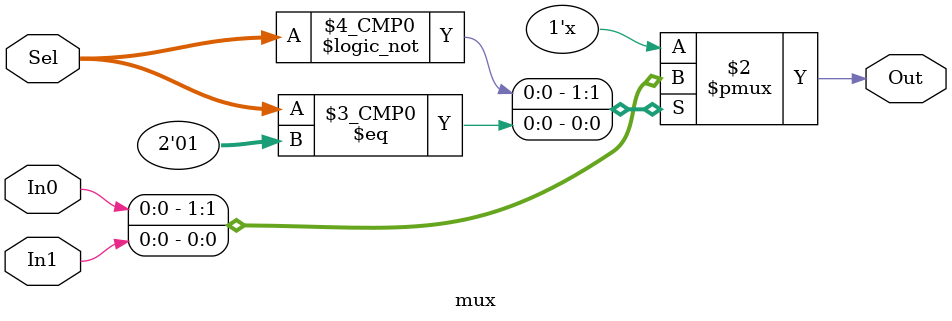
<source format=v>
`timescale 1ns / 1ps
module mux(
    input In0,
    input In1,
    input [1:0] Sel,
    output reg Out
    );
	 
always@(In0,In1,Sel)
case(Sel)
0:Out<=In0;
1:Out<=In1;

endcase

endmodule

</source>
